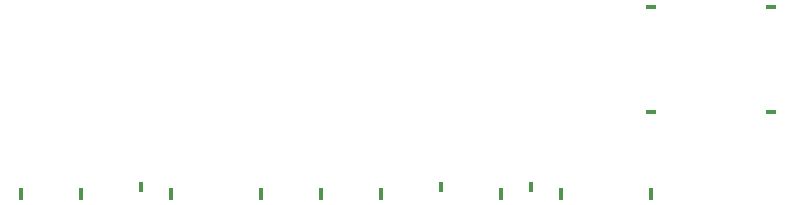
<source format=gbr>
G04 EAGLE Gerber X2 export*
%TF.Part,Single*%
%TF.FileFunction,Paste,Top*%
%TF.FilePolarity,Positive*%
%TF.GenerationSoftware,Autodesk,EAGLE,9.1.0*%
%TF.CreationDate,2018-09-26T17:21:40Z*%
G75*
%MOMM*%
%FSLAX34Y34*%
%LPD*%
%AMOC8*
5,1,8,0,0,1.08239X$1,22.5*%
G01*
%ADD10R,0.889000X0.381000*%
%ADD11R,0.381000X1.016000*%
%ADD12R,0.381000X0.889000*%


D10*
X850900Y400050D03*
X952500Y400050D03*
X850900Y311150D03*
X952500Y311150D03*
D11*
X317500Y241300D03*
X368300Y241300D03*
D12*
X419100Y247650D03*
D11*
X444500Y241300D03*
X520700Y241300D03*
X571500Y241300D03*
X622300Y241300D03*
X723900Y241300D03*
D12*
X673100Y247650D03*
X749300Y247650D03*
D11*
X774700Y241300D03*
X850900Y241300D03*
M02*

</source>
